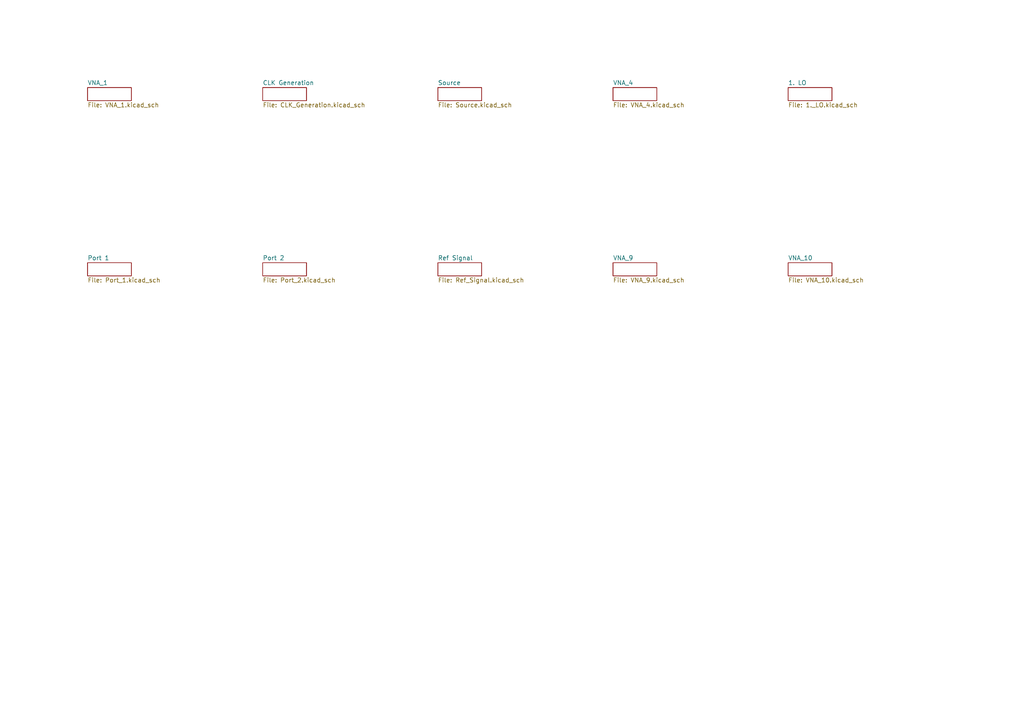
<source format=kicad_sch>
(kicad_sch (version 20210615) (generator eeschema)
  (paper "A4")
  (lib_symbols)
  (sheet (at 228.6 25.4) (size 12.7 3.81)
    (property "Sheet name" "1. LO" (at 228.6 24.7645 0) (effects (justify left bottom)))
    (property "Sheet file" "1._LO.kicad_sch" (at 228.6 29.7185 0) (effects (justify left top)))
  )
  (sheet (at 76.2 25.4) (size 12.7 3.81)
    (property "Sheet name" "CLK Generation" (at 76.2 24.7645 0) (effects (justify left bottom)))
    (property "Sheet file" "CLK_Generation.kicad_sch" (at 76.2 29.7185 0) (effects (justify left top)))
  )
  (sheet (at 25.4 76.2) (size 12.7 3.81)
    (property "Sheet name" "Port 1" (at 25.4 75.5645 0) (effects (justify left bottom)))
    (property "Sheet file" "Port_1.kicad_sch" (at 25.4 80.5185 0) (effects (justify left top)))
  )
  (sheet (at 76.2 76.2) (size 12.7 3.81)
    (property "Sheet name" "Port 2" (at 76.2 75.5645 0) (effects (justify left bottom)))
    (property "Sheet file" "Port_2.kicad_sch" (at 76.2 80.5185 0) (effects (justify left top)))
  )
  (sheet (at 127 76.2) (size 12.7 3.81)
    (property "Sheet name" "Ref Signal" (at 127 75.5645 0) (effects (justify left bottom)))
    (property "Sheet file" "Ref_Signal.kicad_sch" (at 127 80.5185 0) (effects (justify left top)))
  )
  (sheet (at 127 25.4) (size 12.7 3.81)
    (property "Sheet name" "Source" (at 127 24.7645 0) (effects (justify left bottom)))
    (property "Sheet file" "Source.kicad_sch" (at 127 29.7185 0) (effects (justify left top)))
  )
  (sheet (at 25.4 25.4) (size 12.7 3.81)
    (property "Sheet name" "VNA_1" (at 25.4 24.7645 0) (effects (justify left bottom)))
    (property "Sheet file" "VNA_1.kicad_sch" (at 25.4 29.7185 0) (effects (justify left top)))
  )
  (sheet (at 228.6 76.2) (size 12.7 3.81)
    (property "Sheet name" "VNA_10" (at 228.6 75.5645 0) (effects (justify left bottom)))
    (property "Sheet file" "VNA_10.kicad_sch" (at 228.6 80.5185 0) (effects (justify left top)))
  )
  (sheet (at 177.8 25.4) (size 12.7 3.81)
    (property "Sheet name" "VNA_4" (at 177.8 24.7645 0) (effects (justify left bottom)))
    (property "Sheet file" "VNA_4.kicad_sch" (at 177.8 29.7185 0) (effects (justify left top)))
  )
  (sheet (at 177.8 76.2) (size 12.7 3.81)
    (property "Sheet name" "VNA_9" (at 177.8 75.5645 0) (effects (justify left bottom)))
    (property "Sheet file" "VNA_9.kicad_sch" (at 177.8 80.5185 0) (effects (justify left top)))
  )
)
</source>
